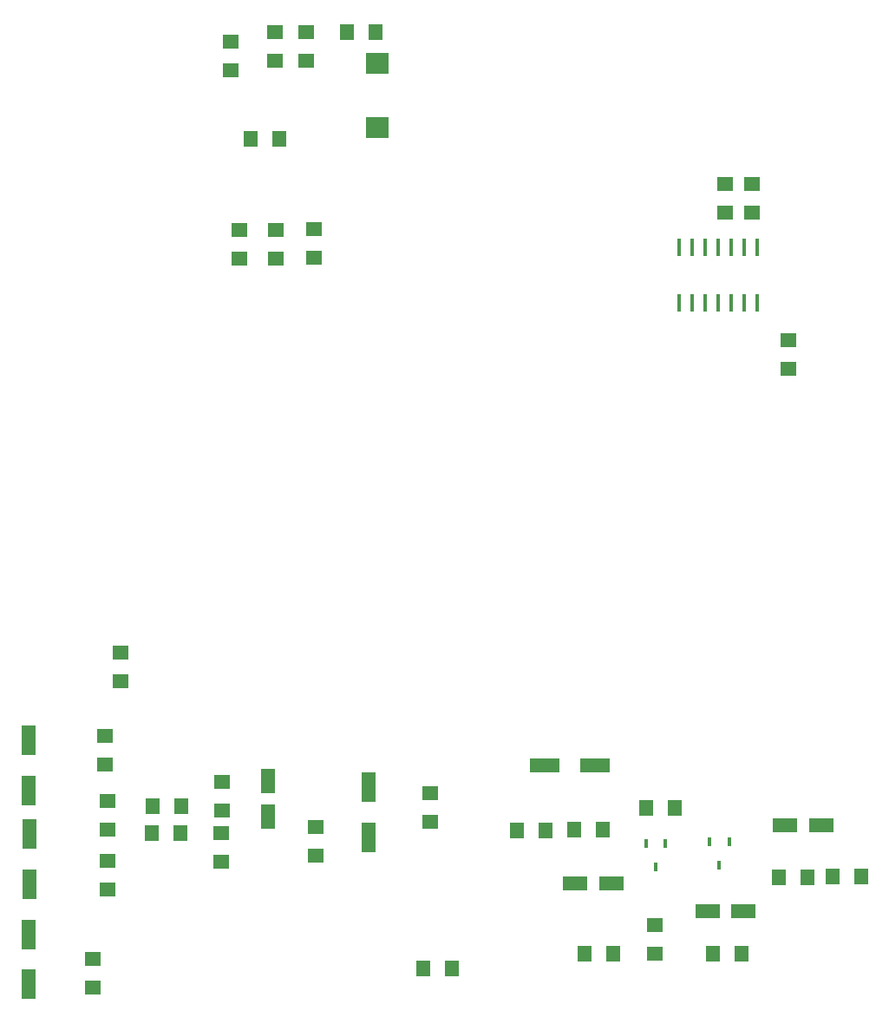
<source format=gbr>
G04 DipTrace 3.3.1.1*
G04 TopPaste.gbr*
%MOIN*%
G04 #@! TF.FileFunction,Paste,Top*
G04 #@! TF.Part,Single*
%ADD56R,0.086457X0.078583*%
%ADD58R,0.047087X0.00378*%
%ADD60R,0.015591X0.070709*%
%ADD62R,0.017559X0.033307*%
%ADD80R,0.054961X0.092362*%
%ADD82R,0.115984X0.054961*%
%ADD84R,0.092362X0.054961*%
%ADD86R,0.054961X0.062835*%
%ADD88R,0.062835X0.054961*%
%ADD90R,0.054961X0.115984*%
%FSLAX26Y26*%
G04*
G70*
G90*
G75*
G01*
G04 TopPaste*
%LPD*%
D90*
X1022336Y1489051D3*
Y1296138D3*
D88*
X1325920Y915558D3*
Y1025794D3*
D90*
X1025273Y1130076D3*
Y937163D3*
D88*
X1378394Y1826232D3*
Y1715996D3*
X3942127Y3028197D3*
Y2917961D3*
D86*
X1607990Y1134668D3*
X1497753D3*
D88*
X1269923Y538902D3*
Y649138D3*
D90*
X1022336Y744664D3*
Y551751D3*
D88*
X3802706Y3516378D3*
Y3626614D3*
D84*
X3931545Y1162793D3*
X4069340D3*
X3632761Y832218D3*
X3770556D3*
D86*
X3653559Y668457D3*
X3763795D3*
D82*
X3198881Y1392513D3*
X3005967D3*
D84*
X3262806Y940488D3*
X3125010D3*
D86*
X1988230Y3799577D3*
X1877993D3*
D88*
X1800423Y4174520D3*
Y4064283D3*
D86*
X2246192Y4208811D3*
X2356428D3*
D90*
X2330126Y1115971D3*
Y1308885D3*
D88*
X2567635Y1285596D3*
Y1175360D3*
D80*
X1944657Y1196100D3*
Y1333895D3*
D86*
X2541375Y613298D3*
X2651612D3*
X3270419Y668446D3*
X3160182D3*
D88*
X2128413Y1156388D3*
Y1046152D3*
D62*
X3715475Y1100034D3*
X3640672D3*
X3678073Y1009483D3*
X3470601Y1094403D3*
X3395798D3*
X3433199Y1003852D3*
D86*
X1499609Y1237207D3*
X1609845D3*
D88*
X1325252Y1255906D3*
Y1145669D3*
X1316734Y1507113D3*
Y1396877D3*
X3699214Y3516343D3*
Y3626579D3*
X1834029Y3341205D3*
Y3451441D3*
X1972709Y3338516D3*
Y3448752D3*
X2120448Y3343853D3*
Y3454089D3*
D86*
X4015454Y964352D3*
X3905218D3*
X4113173Y966402D3*
X4223409D3*
X3120514Y1145131D3*
X3230751D3*
X2899226Y1142345D3*
X3009462D3*
X3397639Y1231432D3*
X3507875D3*
D88*
X3430546Y668644D3*
Y778881D3*
X1970601Y4208811D3*
Y4098575D3*
X2088711Y4208811D3*
Y4098575D3*
X1766867Y1330993D3*
Y1220757D3*
X1762037Y1132551D3*
Y1022315D3*
D60*
X3522480Y3169927D3*
X3572480D3*
X3622480D3*
X3672480D3*
X3722480D3*
X3772480D3*
X3822480D3*
Y3382525D3*
X3772480D3*
X3722480D3*
X3672480D3*
X3622480D3*
X3572480D3*
X3522480D3*
D58*
X2075470Y3895705D3*
Y3915390D3*
Y3935075D3*
Y3954760D3*
Y3974445D3*
X1902241D3*
Y3954760D3*
Y3935075D3*
Y3915390D3*
Y3895705D3*
D56*
X2364302Y4090701D3*
Y3842669D3*
M02*

</source>
